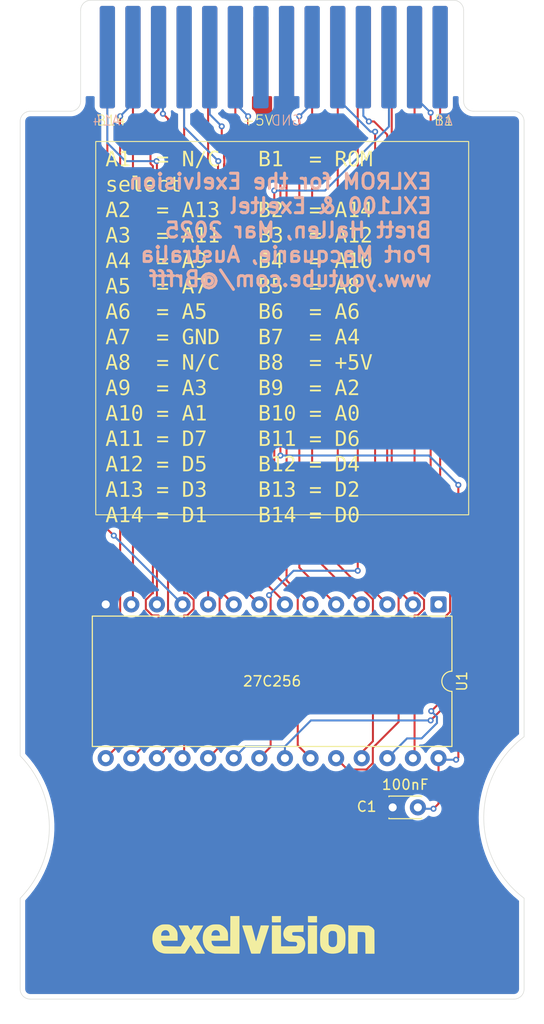
<source format=kicad_pcb>
(kicad_pcb (version 20241229) (generator "pcbnew") (generator_version "9.0")
  (title_block (title "Exelvision EXLROM Cartridge") (date "1-Apr-2025") (company "Brett Hallen") (comment 1 "www.youtube.com/@Brfff"))
  (layers (0 "F.Cu" signal) (2 "B.Cu" signal) (13 "F.Paste" user) (15 "B.Paste" user) (5 "F.SilkS" user "F.Silkscreen") (7 "B.SilkS" user "B.Silkscreen") (1 "F.Mask" user) (3 "B.Mask" user) (25 "Edge.Cuts" user))
  (net 0 "")
  (net 1 "Vcc")
  (net 2 "GND")
  (net 3 "/A9")
  (net 4 "/A6")
  (net 5 "/D0")
  (net 6 "/D6")
  (net 7 "/D1")
  (net 8 "/D7")
  (net 9 "/D4")
  (net 10 "/A11")
  (net 11 "/A10")
  (net 12 "/A0")
  (net 13 "/A7")
  (net 14 "/A3")
  (net 16 "/A12")
  (net 17 "/A5")
  (net 18 "/A14")
  (net 19 "/D2")
  (net 20 "/A1")
  (net 21 "/A4")
  (net 22 "/D3")
  (net 23 "/A8")
  (net 24 "/D5")
  (net 25 "/A13")
  (net 26 "/A2")
  (net 29 "Net-(J1-~{ROM_CS})")
  (footprint "Package_DIP:DIP-28_W15.24mm" (layer "F.Cu") (at 70.51 83.38 -90)
    (property "Reference" "U1" (at 7.62 -2.33 270) (layer "F.SilkS"))
    (property "Value" "27C256" (at 7.62 16.51 0) (layer "F.SilkS"))
    (fp_line (start 1.16 34.35) (end 14.08 34.35) (stroke (width 0.12)) (layer "F.SilkS"))
    (fp_line (start 14.08 34.35) (end 14.08 -1.33) (stroke (width 0.12)) (layer "F.SilkS"))
    (fp_line (start 1.16 -1.33) (end 1.16 34.35) (stroke (width 0.12)) (layer "F.SilkS"))
    (fp_line (start 6.62 -1.33) (end 1.16 -1.33) (stroke (width 0.12)) (layer "F.SilkS"))
    (fp_line (start 14.08 -1.33) (end 8.62 -1.33) (stroke (width 0.12)) (layer "F.SilkS"))
    (fp_arc (start 8.62 -1.33) (mid 7.62 -0.33) (end 6.62 -1.33) (stroke (width 0.12)) (layer "F.SilkS"))
    (pad "1" thru_hole roundrect (at 0 0 270) (size 1.6 1.6) (drill 0.8) (layers "*.Cu" "*.Mask") (roundrect_rratio 0.15625))
    (pad "2" thru_hole circle (at 0 2.54 270) (size 1.6 1.6) (drill 0.8) (layers "*.Cu" "*.Mask") (net 16 "/A12"))
    (pad "3" thru_hole circle (at 0 5.08 270) (size 1.6 1.6) (drill 0.8) (layers "*.Cu" "*.Mask") (net 13 "/A7"))
    (pad "4" thru_hole circle (at 0 7.62 270) (size 1.6 1.6) (drill 0.8) (layers "*.Cu" "*.Mask") (net 4 "/A6"))
    (pad "5" thru_hole circle (at 0 10.16 270) (size 1.6 1.6) (drill 0.8) (layers "*.Cu" "*.Mask") (net 17 "/A5"))
    (pad "6" thru_hole circle (at 0 12.7 270) (size 1.6 1.6) (drill 0.8) (layers "*.Cu" "*.Mask") (net 21 "/A4"))
    (pad "7" thru_hole circle (at 0 15.24 270) (size 1.6 1.6) (drill 0.8) (layers "*.Cu" "*.Mask") (net 14 "/A3"))
    (pad "8" thru_hole circle (at 0 17.78 270) (size 1.6 1.6) (drill 0.8) (layers "*.Cu" "*.Mask") (net 26 "/A2"))
    (pad "9" thru_hole circle (at 0 20.32 270) (size 1.6 1.6) (drill 0.8) (layers "*.Cu" "*.Mask") (net 20 "/A1"))
    (pad "10" thru_hole circle (at 0 22.86 270) (size 1.6 1.6) (drill 0.8) (layers "*.Cu" "*.Mask") (net 12 "/A0"))
    (pad "11" thru_hole circle (at 0 25.4 270) (size 1.6 1.6) (drill 0.8) (layers "*.Cu" "*.Mask") (net 5 "/D0"))
    (pad "12" thru_hole circle (at 0 27.94 270) (size 1.6 1.6) (drill 0.8) (layers "*.Cu" "*.Mask") (net 7 "/D1"))
    (pad "13" thru_hole circle (at 0 30.48 270) (size 1.6 1.6) (drill 0.8) (layers "*.Cu" "*.Mask") (net 19 "/D2"))
    (pad "14" thru_hole circle (at 0 33.02 270) (size 1.6 1.6) (drill 0.8) (layers "*.Cu" "*.Mask") (net 2 "GND"))
    (pad "15" thru_hole circle (at 15.24 33.02 270) (size 1.6 1.6) (drill 0.8) (layers "*.Cu" "*.Mask") (net 22 "/D3"))
    (pad "16" thru_hole circle (at 15.24 30.48 270) (size 1.6 1.6) (drill 0.8) (layers "*.Cu" "*.Mask") (net 9 "/D4"))
    (pad "17" thru_hole circle (at 15.24 27.94 270) (size 1.6 1.6) (drill 0.8) (layers "*.Cu" "*.Mask") (net 24 "/D5"))
    (pad "18" thru_hole circle (at 15.24 25.4 270) (size 1.6 1.6) (drill 0.8) (layers "*.Cu" "*.Mask") (net 6 "/D6"))
    (pad "19" thru_hole circle (at 15.24 22.86 270) (size 1.6 1.6) (drill 0.8) (layers "*.Cu" "*.Mask") (net 8 "/D7"))
    (pad "20" thru_hole circle (at 15.24 20.32 270) (size 1.6 1.6) (drill 0.8) (layers "*.Cu" "*.Mask") (net 29 "Net-(J1-~{ROM_CS})"))
    (pad "21" thru_hole circle (at 15.24 17.78 270) (size 1.6 1.6) (drill 0.8) (layers "*.Cu" "*.Mask") (net 11 "/A10"))
    (pad "22" thru_hole circle (at 15.24 15.24 270) (size 1.6 1.6) (drill 0.8) (layers "*.Cu" "*.Mask") (net 29 "Net-(J1-~{ROM_CS})"))
    (pad "23" thru_hole circle (at 15.24 12.7 270) (size 1.6 1.6) (drill 0.8) (layers "*.Cu" "*.Mask") (net 10 "/A11"))
    (pad "24" thru_hole circle (at 15.24 10.16 270) (size 1.6 1.6) (drill 0.8) (layers "*.Cu" "*.Mask") (net 3 "/A9"))
    (pad "25" thru_hole circle (at 15.24 7.62 270) (size 1.6 1.6) (drill 0.8) (layers "*.Cu" "*.Mask") (net 23 "/A8"))
    (pad "26" thru_hole circle (at 15.24 5.08 270) (size 1.6 1.6) (drill 0.8) (layers "*.Cu" "*.Mask") (net 25 "/A13"))
    (pad "27" thru_hole circle (at 15.24 2.54 270) (size 1.6 1.6) (drill 0.8) (layers "*.Cu" "*.Mask") (net 18 "/A14"))
    (pad "28" thru_hole circle (at 15.24 0 270) (size 1.6 1.6) (drill 0.8) (layers "*.Cu" "*.Mask") (net 1 "Vcc"))
  )
  (footprint "Clueless_Engineer:EXL100_Cartridge" (layer "F.Cu") (at 55.4315 26.5969)
    (property "Reference" "J1" (hide yes))
    (property "Value" "EXL100 Cartridge" (hide yes))
    (pad "a1" connect roundrect (at 15.24 2.54 270) (size 10.16 1.52) (layers "B.Cu" "B.Mask") (roundrect_rratio 0.15))
    (pad "a2" connect roundrect (at 12.7 2.54 270) (size 10.16 1.52) (layers "B.Cu" "B.Mask") (roundrect_rratio 0.15) (net 25 "/A13"))
    (pad "a3" connect roundrect (at 10.16 2.54 270) (size 10.16 1.52) (layers "B.Cu" "B.Mask") (roundrect_rratio 0.15) (net 10 "/A11"))
    (pad "a4" connect roundrect (at 7.62 2.54 270) (size 10.16 1.52) (layers "B.Cu" "B.Mask") (roundrect_rratio 0.15) (net 3 "/A9"))
    (pad "a5" connect roundrect (at 5.08 2.54 270) (size 10.16 1.52) (layers "B.Cu" "B.Mask") (roundrect_rratio 0.15) (net 13 "/A7"))
    (pad "a6" connect roundrect (at 2.54 2.54 270) (size 10.16 1.52) (layers "B.Cu" "B.Mask") (roundrect_rratio 0.15) (net 17 "/A5"))
    (pad "a7" connect roundrect (at 0 2.54 270) (size 10.16 1.52) (layers "B.Cu" "B.Mask") (roundrect_rratio 0.15) (net 2 "GND"))
    (pad "a8" connect roundrect (at -2.54 2.54 270) (size 10.16 1.52) (layers "B.Cu" "B.Mask") (roundrect_rratio 0.15))
    (pad "a9" connect roundrect (at -5.08 2.54 270) (size 10.16 1.52) (layers "B.Cu" "B.Mask") (roundrect_rratio 0.15) (net 14 "/A3"))
    (pad "a10" connect roundrect (at -7.62 2.54 270) (size 10.16 1.52) (layers "B.Cu" "B.Mask") (roundrect_rratio 0.15) (net 20 "/A1"))
    (pad "a11" connect roundrect (at -10.16 2.54 270) (size 10.16 1.52) (layers "B.Cu" "B.Mask") (roundrect_rratio 0.15) (net 8 "/D7"))
    (pad "a12" connect roundrect (at -12.7 2.54 270) (size 10.16 1.52) (layers "B.Cu" "B.Mask") (roundrect_rratio 0.15) (net 24 "/D5"))
    (pad "a13" connect roundrect (at -15.24 2.54 270) (size 10.16 1.52) (layers "B.Cu" "B.Mask") (roundrect_rratio 0.15) (net 22 "/D3"))
    (pad "a14" connect roundrect (at -17.78 2.54 270) (size 10.16 1.52) (layers "B.Cu" "B.Mask") (roundrect_rratio 0.15) (net 7 "/D1"))
    (pad "b1" connect roundrect (at 15.24 2.54 90) (size 10.16 1.52) (layers "F.Cu" "F.Mask") (roundrect_rratio 0.15) (net 29 "Net-(J1-~{ROM_CS})"))
    (pad "b2" connect roundrect (at 12.7 2.54 90) (size 10.16 1.52) (layers "F.Cu" "F.Mask") (roundrect_rratio 0.15) (net 18 "/A14"))
    (pad "b3" connect roundrect (at 10.16 2.54 90) (size 10.16 1.52) (layers "F.Cu" "F.Mask") (roundrect_rratio 0.15) (net 16 "/A12"))
    (pad "b4" connect roundrect (at 7.62 2.54 90) (size 10.16 1.52) (layers "F.Cu" "F.Mask") (roundrect_rratio 0.15) (net 11 "/A10"))
    (pad "b5" connect roundrect (at 5.08 2.54 90) (size 10.16 1.52) (layers "F.Cu" "F.Mask") (roundrect_rratio 0.15) (net 23 "/A8"))
    (pad "b6" connect roundrect (at 2.54 2.54 90) (size 10.16 1.52) (layers "F.Cu" "F.Mask") (roundrect_rratio 0.15) (net 4 "/A6"))
    (pad "b7" connect roundrect (at 0 2.54 90) (size 10.16 1.52) (layers "F.Cu" "F.Mask") (roundrect_rratio 0.15) (net 21 "/A4"))
    (pad "b8" connect roundrect (at -2.54 2.98 90) (size 9.28 1.52) (layers "F.Cu" "F.Mask") (roundrect_rratio 0.15) (net 1 "Vcc"))
    (pad "b9" connect roundrect (at -5.08 2.54 90) (size 10.16 1.52) (layers "F.Cu" "F.Mask") (roundrect_rratio 0.15) (net 26 "/A2"))
    (pad "b10" connect roundrect (at -7.62 2.54 90) (size 10.16 1.52) (layers "F.Cu" "F.Mask") (roundrect_rratio 0.15) (net 12 "/A0"))
    (pad "b11" connect roundrect (at -10.16 2.54 90) (size 10.16 1.52) (layers "F.Cu" "F.Mask") (roundrect_rratio 0.15) (net 6 "/D6"))
    (pad "b12" connect roundrect (at -12.7 2.54 90) (size 10.16 1.52) (layers "F.Cu" "F.Mask") (roundrect_rratio 0.15) (net 9 "/D4"))
    (pad "b13" connect roundrect (at -15.24 2.54 90) (size 10.16 1.52) (layers "F.Cu" "F.Mask") (roundrect_rratio 0.15) (net 19 "/D2"))
    (pad "b14" connect roundrect (at -17.78 2.54 90) (size 10.16 1.52) (layers "F.Cu" "F.Mask") (roundrect_rratio 0.15) (net 5 "/D0"))
  )
  (footprint "LOGO" (layer "F.Cu") (at 53 116)
    (property "Reference" "G***" (hide yes))
    (property "Value" "LOGO" (hide yes))
    (fp_poly (pts (xy 5.455793 0.599911) (xy 5.455793 2.003476) (xy 5.00303 2.003476) (xy 4.550267 2.003476) (xy 4.550267 0.599911) (xy 4.550267 -0.803655) (xy 5.00303 -0.803655) (xy 5.455793 -0.803655)) (fill yes) (layer "F.SilkS"))
    (fp_poly (pts (xy 1.873945 -1.420544) (xy 1.867647 -1.10927) (xy 1.436109 -1.103136) (xy 1.30066 -1.102003) (xy 1.180981 -1.102506) (xy 1.084351 -1.104492) (xy 1.018045 -1.107808) (xy 0.98934 -1.1123) (xy 0.989006 -1.112569) (xy 0.983252 -1.139814) (xy 0.978459 -1.203453) (xy 0.975062 -1.294606) (xy 0.973495 -1.404393) (xy 0.97344 -1.429977) (xy 0.97344 -1.731819) (xy 1.426842 -1.731819) (xy 1.880243 -1.731819)) (fill yes) (layer "F.SilkS"))
    (fp_poly (pts (xy 5.455793 -1.414884) (xy 5.455793 -1.09795) (xy 5.018122 -1.09795) (xy 4.881709 -1.098697) (xy 4.761075 -1.100776) (xy 4.663433 -1.103948) (xy 4.595995 -1.107972) (xy 4.565975 -1.112607) (xy 4.565359 -1.113043) (xy 4.559782 -1.140104) (xy 4.555135 -1.203578) (xy 4.551841 -1.294602) (xy 4.550321 -1.404314) (xy 4.550267 -1.429977) (xy 4.550267 -1.731819) (xy 5.00303 -1.731819) (xy 5.455793 -1.731819)) (fill yes) (layer "F.SilkS"))
    (fp_poly (pts (xy 9.570276 -0.799078) (xy 10.583333 -0.792335) (xy 10.730481 -0.722464) (xy 10.868917 -0.647559) (xy 10.97311 -0.567928) (xy 11.053883 -0.474465) (xy 11.087476 -0.42208) (xy 11.149287 -0.316934) (xy 11.155728 0.843271) (xy 11.16217 2.003476) (xy 10.708625 2.003476) (xy 10.25508 2.003476) (xy 10.25508 1.033413) (xy 10.254477 0.759257) (xy 10.252685 0.525149) (xy 10.249725 0.332045) (xy 10.24562 0.180898) (xy 10.240393 0.072662) (xy 10.234064 0.008291) (xy 10.230748 -0.006448) (xy 10.207778 -0.058402) (xy 10.175953 -0.095947) (xy 10.128245 -0.121335) (xy 10.057624 -0.136822) (xy 9.95706 -0.144661) (xy 9.819527 -0.147107) (xy 9.792016 -0.147148) (xy 9.485826 -0.147148) (xy 9.479945 0.922504) (xy 9.474064 1.992157) (xy 9.031198 1.99828) (xy 8.893929 1.999407) (xy 8.772369 1.998939) (xy 8.673695 1.997024) (xy 8.605079 1.993808) (xy 8.573696 1.98944) (xy 8.572775 1.988848) (xy 8.570016 1.964041) (xy 8.567413 1.897884) (xy 8.565009 1.794304) (xy 8.562849 1.657228) (xy 8.560976 1.49058) (xy 8.559433 1.298289) (xy 8.558264 1.08428) (xy 8.557512 0.85248) (xy 8.557221 0.606815) (xy 8.557219 0.583735) (xy 8.557219 -0.805821)) (fill yes) (layer "F.SilkS"))
    (fp_poly (pts (xy 0.418074 -0.802687) (xy 0.532396 -0.799999) (xy 0.622504 -0.795908) (xy 0.68132 -0.790733) (xy 0.701782 -0.784944) (xy 0.700577 -0.777747) (xy 0.696416 -0.761873) (xy 0.68848 -0.73478) (xy 0.675952 -0.693922) (xy 0.658013 -0.636757) (xy 0.633844 -0.560742) (xy 0.602627 -0.463331) (xy 0.563544 -0.341983) (xy 0.515776 -0.194152) (xy 0.458505 -0.017296) (xy 0.390912 0.191129) (xy 0.31218 0.433667) (xy 0.221489 0.712861) (xy 0.118021 1.031256) (xy 0.059552 1.21114) (xy -0.194318 1.992157) (xy -0.627521 1.998299) (xy -0.762804 1.99934) (xy -0.881911 1.998585) (xy -0.977698 1.996218) (xy -1.043014 1.99242) (xy -1.070714 1.987375) (xy -1.071059 1.98698) (xy -1.08043 1.96169) (xy -1.101774 1.898917) (xy -1.133235 1.804287) (xy -1.172956 1.683429) (xy -1.219078 1.541971) (xy -1.269744 1.385541) (xy -1.278539 1.358288) (xy -1.341345 1.163816) (xy -1.41037 0.950522) (xy -1.481235 0.73191) (xy -1.549558 0.521483) (xy -1.610962 0.332747) (xy -1.641954 0.2377) (xy -1.721583 -0.006422) (xy -1.788063 -0.210676) (xy -1.842398 -0.378201) (xy -1.88559 -0.512139) (xy -1.918642 -0.615627) (xy -1.942557 -0.691807) (xy -1.95834 -0.743818) (xy -1.966991 -0.774799) (xy -1.969519 -0.787672) (xy -1.947991 -0.792434) (xy -1.88784 -0.796609) (xy -1.795722 -0.799972) (xy -1.678288 -0.802301) (xy -1.542192 -0.803373) (xy -1.499778 -0.803417) (xy -1.030036 -0.803179) (xy -0.827841 -0.050698) (xy -0.779703 0.127624) (xy -0.734681 0.292821) (xy -0.694253 0.439595) (xy -0.659896 0.562647) (xy -0.633086 0.656679) (xy -0.615301 0.716393) (xy -0.608642 0.735739) (xy -0.592907 0.758349) (xy -0.580773 0.738836) (xy -0.579668 0.735739) (xy -0.569438 0.703167) (xy -0.54847 0.633761) (xy -0.518718 0.534151) (xy -0.482134 0.410965) (xy -0.440671 0.270831) (xy -0.39628 0.120377) (xy -0.350916 -0.033767) (xy -0.30653 -0.184973) (xy -0.265076 -0.326613) (xy -0.228505 -0.452059) (xy -0.19877 -0.554682) (xy -0.177825 -0.627853) (xy -0.174538 -0.639528) (xy -0.128554 -0.803655) (xy 0.286614 -0.803655)) (fill yes) (layer "F.SilkS"))
    (fp_poly (pts (xy 4.115111 -0.482226) (xy 4.108823 -0.158467) (xy 3.589446 -0.152372) (xy 3.409102 -0.149914) (xy 3.26897 -0.146314) (xy 3.163986 -0.140116) (xy 3.089086 -0.129863) (xy 3.039208 -0.114097) (xy 3.009288 -0.091363) (xy 2.994262 -0.060204) (xy 2.989067 -0.019163) (xy 2.988582 0.020487) (xy 2.993281 0.089654) (xy 3.010719 0.14042) (xy 3.046791 0.17554) (xy 3.107393 0.197773) (xy 3.198422 0.209874) (xy 3.325773 0.214602) (xy 3.404703 0.215062) (xy 3.577879 0.21991) (xy 3.716284 0.236288) (xy 3.829567 0.266951) (xy 3.927372 0.314652) (xy 4.019348 0.382144) (xy 4.033779 0.394621) (xy 4.145719 0.521857) (xy 4.225302 0.672859) (xy 4.273481 0.840724) (xy 4.291209 1.01855) (xy 4.279437 1.199436) (xy 4.23912 1.376481) (xy 4.171209 1.542781) (xy 4.076656 1.691437) (xy 3.956415 1.815546) (xy 3.825846 1.901147) (xy 3.782082 1.922237) (xy 3.738268 1.94022) (xy 3.69056 1.955343) (xy 3.635111 1.967852) (xy 3.568077 1.977994) (xy 3.48561 1.986015) (xy 3.383866 1.992161) (xy 3.258998 1.996679) (xy 3.107162 1.999815) (xy 2.924511 2.001816) (xy 2.707199 2.002928) (xy 2.451381 2.003397) (xy 2.228743 2.003476) (xy 0.97344 2.003476) (xy 0.97344 0.599911) (xy 0.97344 -0.803655) (xy 1.425974 -0.803655) (xy 1.878509 -0.803655) (xy 1.884397 0.232041) (xy 1.890285 1.267736) (xy 2.633666 1.267736) (xy 3.377047 1.267736) (xy 3.43166 1.204219) (xy 3.477095 1.121268) (xy 3.488217 1.028047) (xy 3.465169 0.93945) (xy 3.428647 0.88803) (xy 3.404292 0.865603) (xy 3.378109 0.849675) (xy 3.342041 0.838895) (xy 3.288034 0.831915) (xy 3.20803 0.827386) (xy 3.093975 0.823957) (xy 3.038139 0.822618) (xy 2.905551 0.818937) (xy 2.808218 0.814064) (xy 2.736118 0.806478) (xy 2.679231 0.794659) (xy 2.627537 0.777085) (xy 2.571015 0.752238) (xy 2.569429 0.751499) (xy 2.403209 0.651464) (xy 2.272544 0.524215) (xy 2.178904 0.372343) (xy 2.123761 0.198436) (xy 2.108584 0.005086) (xy 2.111859 -0.054132) (xy 2.147953 -0.251247) (xy 2.219973 -0.424968) (xy 2.325759 -0.571909) (xy 2.463154 -0.688683) (xy 2.546791 -0.736564) (xy 2.578904 -0.751916) (xy 2.609727 -0.764207) (xy 2.644583 -0.773831) (xy 2.688798 -0.781184) (xy 2.747694 -0.786659) (xy 2.826595 -0.790652) (xy 2.930827 -0.793558) (xy 3.065712 -0.795772) (xy 3.236575 -0.797688) (xy 3.390691 -0.79916) (xy 4.1214 -0.805984)) (fill yes) (layer "F.SilkS"))
    (fp_poly (pts (xy -2.241177 0.135829) (xy -2.241177 2.003476) (xy -3.435339 2.000084) (xy -3.665779 1.999258) (xy -3.884141 1.998146) (xy -4.08593 1.996794) (xy -4.266651 1.995246) (xy -4.421809 1.993549) (xy -4.546909 1.991747) (xy -4.637454 1.989888) (xy -4.68895 1.988015) (xy -4.697416 1.9873) (xy -4.946932 1.932009) (xy -5.171387 1.839721) (xy -5.368851 1.71236) (xy -5.537394 1.551851) (xy -5.675086 1.360118) (xy -5.779995 1.139087) (xy -5.850193 0.890682) (xy -5.861809 0.826292) (xy -5.882449 0.620395) (xy -5.882154 0.402334) (xy -5.862129 0.186314) (xy -5.851777 0.132668) (xy -5.019561 0.132668) (xy -5.017455 0.184757) (xy -5.013893 0.193163) (xy -4.985752 0.20167) (xy -4.915502 0.20752) (xy -4.806238 0.21059) (xy -4.661054 0.210758) (xy -4.588237 0.209907) (xy -4.176738 0.203743) (xy -4.181858 0.082797) (xy -4.206603 -0.058) (xy -4.264588 -0.174733) (xy -4.350653 -0.262969) (xy -4.459636 -0.318275) (xy -4.58638 -0.33622) (xy -4.66093 -0.328716) (xy -4.774068 -0.292736) (xy -4.867005 -0.225756) (xy -4.922445 -0.162253) (xy -4.955208 -0.104093) (xy -4.984764 -0.026035) (xy -5.00744 0.057645) (xy -5.019561 0.132668) (xy -5.851777 0.132668) (xy -5.823579 -0.013458) (xy -5.778438 -0.156593) (xy -5.686616 -0.33843) (xy -5.5625 -0.505525) (xy -5.414946 -0.647765) (xy -5.256001 -0.753368) (xy -5.139896 -0.811044) (xy -5.038066 -0.852252) (xy -4.938377 -0.87959) (xy -4.828693 -0.895655) (xy -4.696881 -0.903045) (xy -4.550268 -0.904428) (xy -4.415386 -0.903269) (xy -4.315502 -0.899821) (xy -4.240353 -0.8929) (xy -4.179675 -0.881318) (xy -4.123202 -0.863889) (xy -4.089804 -0.851219) (xy -3.899352 -0.755992) (xy -3.730015 -0.632) (xy -3.588024 -0.485495) (xy -3.47961 -0.322726) (xy -3.419221 -0.178562) (xy -3.40097 -0.112053) (xy -3.388112 -0.043527) (xy -3.379781 0.036764) (xy -3.375113 0.13857) (xy -3.373243 0.27164) (xy -3.373084 0.341674) (xy -3.373084 0.712536) (xy -4.193717 0.718478) (xy -5.01435 0.72442) (xy -5.006393 0.826292) (xy -4.975438 0.979297) (xy -4.909324 1.105522) (xy -4.809365 1.202769) (xy -4.76533 1.23027) (xy -4.742211 1.240514) (xy -4.710717 1.248737) (xy -4.666047 1.255152) (xy -4.6034 1.259975) (xy -4.517977 1.26342) (xy -4.404976 1.265702) (xy -4.259597 1.267036) (xy -4.077039 1.267637) (xy -3.927719 1.267736) (xy -3.158022 1.267736) (xy -3.152201 -0.232041) (xy -3.14638 -1.731819) (xy -2.693778 -1.731819) (xy -2.241177 -1.731819)) (fill yes) (layer "F.SilkS"))
    (fp_poly (pts (xy 7.118518 -0.911291) (xy 7.255006 -0.904605) (xy 7.358842 -0.895118) (xy 7.442639 -0.880902) (xy 7.519014 -0.86003) (xy 7.569726 -0.842323) (xy 7.770494 -0.748783) (xy 7.93582 -0.629366) (xy 8.067349 -0.481947) (xy 8.166728 -0.3044) (xy 8.235601 -0.094599) (xy 8.264011 0.054695) (xy 8.272961 0.146558) (xy 8.278552 0.269437) (xy 8.280979 0.41371) (xy 8.280437 0.569754) (xy 8.277122 0.727947) (xy 8.271228 0.878666) (xy 8.262953 1.012287) (xy 8.25249 1.119188) (xy 8.241039 1.185907) (xy 8.170375 1.378394) (xy 8.062181 1.555264) (xy 7.922854 1.708561) (xy 7.758792 1.830329) (xy 7.695141 1.8648) (xy 7.523524 1.930168) (xy 7.323248 1.974899) (xy 7.10655 1.997782) (xy 6.885666 1.997609) (xy 6.672835 1.973169) (xy 6.647464 1.968359) (xy 6.424655 1.903788) (xy 6.230719 1.804961) (xy 6.066954 1.673023) (xy 5.934658 1.509121) (xy 5.835126 1.3144) (xy 5.803024 1.22246) (xy 5.787154 1.144252) (xy 5.774616 1.029918) (xy 5.765426 0.888229) (xy 5.759599 0.727955) (xy 5.757151 0.557868) (xy 5.757419 0.509358) (xy 6.599019 0.509358) (xy 6.599757 0.660257) (xy 6.601823 0.798906) (xy 6.604995 0.917863) (xy 6.609051 1.009688) (xy 6.613771 1.066939) (xy 6.615991 1.079226) (xy 6.655478 1.159988) (xy 6.721262 1.239912) (xy 6.797649 1.301225) (xy 6.824278 1.315127) (xy 6.917179 1.339018) (xy 7.031567 1.344652) (xy 7.147288 1.331546) (xy 7.180089 1.323655) (xy 7.277029 1.274165) (xy 7.355881 1.188291) (xy 7.410881 1.073214) (xy 7.425474 1.017934) (xy 7.436107 0.935904) (xy 7.442883 0.813493) (xy 7.445644 0.655445) (xy 7.444234 0.466503) (xy 7.444051 0.456277) (xy 7.440561 0.299145) (xy 7.43622 0.180149) (xy 7.430338 0.09215) (xy 7.422227 0.028009) (xy 7.411196 -0.019414) (xy 7.396557 -0.057259) (xy 7.393933 -0.062701) (xy 7.339644 -0.148068) (xy 7.270403 -0.20545) (xy 7.177163 -0.239655) (xy 7.050878 -0.25549) (xy 7.029144 -0.256553) (xy 6.933711 -0.258848) (xy 6.869263 -0.25447) (xy 6.821704 -0.240952) (xy 6.776939 -0.215827) (xy 6.770029 -0.2112) (xy 6.705535 -0.155066) (xy 6.650666 -0.087503) (xy 6.645519 -0.079157) (xy 6.630388 -0.050564) (xy 6.618936 -0.018858) (xy 6.610655 0.022392) (xy 6.605038 0.079613) (xy 6.601576 0.159234) (xy 6.599762 0.267683) (xy 6.599088 0.41139) (xy 6.599019 0.509358) (xy 5.757419 0.509358) (xy 5.758097 0.386738) (xy 5.762453 0.223336) (xy 5.770234 0.076434) (xy 5.781455 -0.045198) (xy 5.796132 -0.132789) (xy 5.800615 -0.149224) (xy 5.885977 -0.355503) (xy 6.004446 -0.532068) (xy 6.154516 -0.677125) (xy 6.334686 -0.788884) (xy 6.33947 -0.791192) (xy 6.476114 -0.847229) (xy 6.619432 -0.885407) (xy 6.7794 -0.907265) (xy 6.965991 -0.914339)) (fill yes) (layer "F.SilkS"))
    (fp_poly (pts (xy -9.418416 -0.903269) (xy -9.318533 -0.899821) (xy -9.243384 -0.8929) (xy -9.182705 -0.881318) (xy -9.126232 -0.863889) (xy -9.092834 -0.851219) (xy -8.899738 -0.754782) (xy -8.729212 -0.629684) (xy -8.587129 -0.481816) (xy -8.479358 -0.317066) (xy -8.422247 -0.178549) (xy -8.404006 -0.112079) (xy -8.391152 -0.043592) (xy -8.382821 0.036653) (xy -8.37815 0.138396) (xy -8.376276 0.271381) (xy -8.376115 0.341956) (xy -8.376115 0.713101) (xy -9.191088 0.713101) (xy -10.006061 0.713101) (xy -10.006061 0.8157) (xy -9.985376 0.959403) (xy -9.926032 1.0858) (xy -9.832091 1.187801) (xy -9.768361 1.23027) (xy -9.745436 1.24029) (xy -9.713457 1.248512) (xy -9.667823 1.255168) (xy -9.603931 1.260489) (xy -9.517178 1.264707) (xy -9.402962 1.268054) (xy -9.256681 1.270761) (xy -9.073731 1.273059) (xy -8.881051 1.274907) (xy -8.061656 1.282077) (xy -8.007905 1.195673) (xy -7.978514 1.14577) (xy -7.932937 1.065176) (xy -7.876322 0.963137) (xy -7.813817 0.848897) (xy -7.780108 0.786648) (xy -7.606063 0.464027) (xy -7.762056 0.175418) (xy -7.831099 0.047822) (xy -7.912895 -0.10312) (xy -7.998542 -0.260992) (xy -8.079138 -0.409376) (xy -8.101805 -0.451068) (xy -8.162232 -0.562586) (xy -8.2143 -0.659465) (xy -8.254479 -0.735066) (xy -8.279233 -0.782752) (xy -8.285562 -0.7963) (xy -8.264031 -0.798494) (xy -8.203869 -0.800427) (xy -8.111721 -0.801995) (xy -7.994231 -0.803095) (xy -7.858043 -0.803623) (xy -7.814584 -0.803655) (xy -7.343605 -0.803655) (xy -7.209013 -0.566095) (xy -7.155661 -0.474938) (xy -7.109119 -0.400999) (xy -7.074306 -0.351712) (xy -7.056136 -0.334511) (xy -7.055907 -0.334566) (xy -7.03792 -0.355514) (xy -7.003012 -0.407873) (xy -6.956363 -0.483539) (xy -6.907701 -0.566466) (xy -6.77801 -0.792335) (xy -6.309326 -0.798454) (xy -6.169203 -0.799594) (xy -6.045798 -0.799279) (xy -5.945771 -0.797634) (xy -5.875779 -0.794787) (xy -5.842484 -0.790865) (xy -5.840642 -0.789557) (xy -5.851467 -0.766923) (xy -5.882146 -0.709861) (xy -5.929983 -0.623203) (xy -5.992282 -0.511781) (xy -6.06635 -0.38043) (xy -6.149489 -0.233981) (xy -6.194235 -0.155527) (xy -6.547828 0.463486) (xy -6.103682 1.211177) (xy -6.004666 1.37844) (xy -5.91333 1.533836) (xy -5.832191 1.673) (xy -5.763765 1.791568) (xy -5.710567 1.885174) (xy -5.675116 1.949453) (xy -5.659925 1.980042) (xy -5.659537 1.981651) (xy -5.681853 1.990026) (xy -5.747655 1.995807) (xy -5.855224 1.998928) (xy -6.002839 1.999325) (xy -6.105277 1.998295) (xy -6.551017 1.992157) (xy -6.815315 1.573351) (xy -6.893103 1.451147) (xy -6.963228 1.342994) (xy -7.022011 1.254401) (xy -7.065773 1.190878) (xy -7.090835 1.157937) (xy -7.094921 1.154545) (xy -7.110972 1.172817) (xy -7.147357 1.223969) (xy -7.200389 1.302499) (xy -7.266381 1.402911) (xy -7.341644 1.519704) (xy -7.375786 1.573351) (xy -7.641341 1.992157) (xy -8.636936 1.996341) (xy -8.881025 1.997197) (xy -9.084607 1.997433) (xy -9.252451 1.9969) (xy -9.389324 1.995452) (xy -9.499995 1.992942) (xy -9.589232 1.989224) (xy -9.661801 1.98415) (xy -9.722471 1.977573) (xy -9.77601 1.969346) (xy -9.825336 1.959715) (xy -10.060533 1.889881) (xy -10.268834 1.786418) (xy -10.447553 1.651061) (xy -10.594001 1.485549) (xy -10.621814 1.444968) (xy -10.739785 1.234682) (xy -10.821647 1.017273) (xy -10.869345 0.784883) (xy -10.884824 0.529654) (xy -10.881353 0.396167) (xy -10.867921 0.218287) (xy -10.849861 0.100969) (xy -10.006061 0.100969) (xy -10.006061 0.215062) (xy -9.597864 0.215062) (xy -9.451012 0.214646) (xy -9.343214 0.213027) (xy -9.268251 0.20965) (xy -9.219906 0.203959) (xy -9.191961 0.1954) (xy -9.178197 0.183417) (xy -9.175181 0.177312) (xy -9.171536 0.134945) (xy -9.177726 0.066669) (xy -9.186581 0.016147) (xy -9.234307 -0.123169) (xy -9.309891 -0.229448) (xy -9.409463 -0.300131) (xy -9.529152 -0.332661) (xy -9.66509 -0.32448) (xy -9.692331 -0.31814) (xy -9.817157 -0.264233) (xy -9.913639 -0.177545) (xy -9.977704 -0.063516) (xy -10.005282 0.072414) (xy -10.006061 0.100969) (xy -10.849861 0.100969) (xy -10.845147 0.070344) (xy -10.809429 -0.062636) (xy -10.757167 -0.195625) (xy -10.720182 -0.273963) (xy -10.603871 -0.459128) (xy -10.45159 -0.617467) (xy -10.264563 -0.747971) (xy -10.044016 -0.849628) (xy -10.006061 -0.863026) (xy -9.943042 -0.881054) (xy -9.872433 -0.893282) (xy -9.784273 -0.900621) (xy -9.668602 -0.903981) (xy -9.553298 -0.904428)) (fill yes) (layer "F.SilkS"))
  )
  (footprint "Capacitor_THT:C_Disc_D3.0mm_W2.0mm_P2.50mm" (layer "F.Cu") (at 68.46 103.4981 180)
    (property "Reference" "C1" (at 5.082477 0.073371 0) (layer "F.SilkS"))
    (property "Value" "100nF" (at 1.25 2.25 0) (layer "F.SilkS"))
    (fp_line (start 2.87 1.055) (end 2.87 1.12) (stroke (width 0.12)) (layer "F.SilkS"))
    (fp_line (start 2.87 -1.12) (end 2.87 -1.055) (stroke (width 0.12)) (layer "F.SilkS"))
    (fp_line (start -0.37 1.12) (end 2.87 1.12) (stroke (width 0.12)) (layer "F.SilkS"))
    (fp_line (start -0.37 1.055) (end -0.37 1.12) (stroke (width 0.12)) (layer "F.SilkS"))
    (fp_line (start -0.37 -1.12) (end 2.87 -1.12) (stroke (width 0.12)) (layer "F.SilkS"))
    (fp_line (start -0.37 -1.12) (end -0.37 -1.055) (stroke (width 0.12)) (layer "F.SilkS"))
    (pad "1" thru_hole circle (at 0 0 180) (size 1.6 1.6) (drill 0.8) (layers "*.Cu" "*.Mask") (net 1 "Vcc"))
    (pad "2" thru_hole circle (at 2.5 0 180) (size 1.6 1.6) (drill 0.8) (layers "*.Cu" "*.Mask") (net 2 "GND"))
  )
  (gr_line (start 73 24.499998) (end 73 33.499998) (stroke (width 0.05)) (layer "Edge.Cuts"))
  (gr_arc (start 72 23.499998) (mid 72.707107 23.792891) (end 73 24.499998) (stroke (width 0.05)) (layer "Edge.Cuts"))
  (gr_arc (start 74 34.499998) (mid 73.292893 34.207105) (end 73 33.499998) (stroke (width 0.05)) (layer "Edge.Cuts"))
  (gr_arc (start 79 121.499998) (mid 78.707107 122.207105) (end 78 122.499998) (stroke (width 0.05)) (layer "Edge.Cuts"))
  (gr_line (start 29 98.39331) (end 29 35.499998) (stroke (width 0.05)) (layer "Edge.Cuts"))
  (gr_arc (start 29 98.39331) (mid 31.895467 105.434324) (end 29 112.500006) (stroke (width 0.05)) (layer "Edge.Cuts"))
  (gr_line (start 30 122.499998) (end 78 122.499998) (stroke (width 0.05)) (layer "Edge.Cuts"))
  (gr_line (start 74 34.499998) (end 78 34.499998) (stroke (width 0.05)) (layer "Edge.Cuts"))
  (gr_line (start 29 112.500006) (end 29 121.499998) (stroke (width 0.05)) (layer "Edge.Cuts"))
  (gr_line (start 30 34.499998) (end 34 34.499998) (stroke (width 0.05)) (layer "Edge.Cuts"))
  (gr_arc (start 30 122.499998) (mid 29.292893 122.207105) (end 29 121.499998) (stroke (width 0.05)) (layer "Edge.Cuts"))
  (gr_line (start 79 121.499998) (end 79 112.499996) (stroke (width 0.05)) (layer "Edge.Cuts"))
  (gr_line (start 36 23.499998) (end 72 23.499998) (stroke (width 0.05)) (layer "Edge.Cuts"))
  (gr_arc (start 79 112.499996) (mid 75 104.499999) (end 79 96.500002) (stroke (width 0.05)) (layer "Edge.Cuts"))
  (gr_arc (start 29 35.499998) (mid 29.292893 34.792891) (end 30 34.499998) (stroke (width 0.05)) (layer "Edge.Cuts"))
  (gr_arc (start 78 34.499998) (mid 78.707107 34.792891) (end 79 35.499998) (stroke (width 0.05)) (layer "Edge.Cuts"))
  (gr_arc (start 35 33.499998) (mid 34.707107 34.207105) (end 34 34.499998) (stroke (width 0.05)) (layer "Edge.Cuts"))
  (gr_line (start 35 33.499998) (end 35 24.499998) (stroke (width 0.05)) (layer "Edge.Cuts"))
  (gr_line (start 79 35.499998) (end 79 96.500002) (stroke (width 0.05)) (layer "Edge.Cuts"))
  (gr_arc (start 35 24.499998) (mid 35.292893 23.792891) (end 36 23.499998) (stroke (width 0.05)) (layer "Edge.Cuts"))
  (gr_text "B14" (at 36.5 36 0) (layer "F.SilkS") (effects (font (size 1 1) (thickness 0.1)) (justify left bottom)))
  (gr_text "+5V" (at 51 36 0) (layer "F.SilkS") (effects (font (size 1 1) (thickness 0.1)) (justify left bottom)))
  (gr_text "B1" (at 70 36 0) (layer "F.SilkS") (effects (font (size 1 1) (thickness 0.1)) (justify left bottom)))
  (gr_text "A1" (at 72 36 0) (layer "B.SilkS") (effects (font (size 1 1) (thickness 0.1)) (justify left bottom mirror)))
  (gr_text "EXLROM for the Exelvision \nEXL100 & Exeltel\nBrett Hallen, Mar 2025\nPort Macquarie, Australia\nwww.youtube.com/@Brfff" (at 70 52 0) (layer "B.SilkS") (effects (font (size 1.5 1.5) (thickness 0.3) (bold yes)) (justify left bottom mirror)))
  (gr_text "GND" (at 57 36 0) (layer "B.SilkS") (effects (font (size 1 1) (thickness 0.1)) (justify left bottom mirror)))
  (gr_text "A14" (at 39 36 0) (layer "B.SilkS") (effects (font (size 1 1) (thickness 0.1)) (justify left bottom mirror)))
  (gr_text_box "A1  = N/C   B1  = ROM select\nA2  = A13   B2  = A14\nA3  = A11   B3  = A12\nA4  = A9    B4  = A10\nA5  = A7    B5  = A8\nA6  = A5    B6  = A6\nA7  = GND   B7  = A4\nA8  = N/C   B8  = +5V\nA9  = A3    B9  = A2\nA10 = A1    B10 = A0\nA11 = D7    B11 = D6\nA12 = D5    B12 = D4\nA13 = D3    B13 = D2\nA14 = D1    B14 = D0\n" (start 36.5 37.5) (end 73.5 74.5) (margins 1.0025 1.0025 1.0025 1.0025) (layer "F.SilkS") (effects (font (size 1.5 1.5) (thickness 0.1)) (justify left top)) (border yes) (stroke (width 0.1)))
  (segment (start 52.8915 33.8915) (end 52.8915 29.5769) (width 0.2) (layer "F.Cu") (net 1))
  (segment (start 72.4775 98.5485) (end 72.2525 98.7735) (width 0.2) (layer "F.Cu") (net 1))
  (segment (start 52.913 34.087) (end 54.8237 35.9977) (width 0.2) (layer "F.Cu") (net 1))
  (segment (start 72.4775 71.5402) (end 72.4775 98.5485) (width 0.2) (layer "F.Cu") (net 1))
  (segment (start 70.51 103.1343) (end 70.0094 103.6349) (width 0.2) (layer "F.Cu") (net 1))
  (segment (start 70.51 98.62) (end 70.51 103.1343) (width 0.2) (layer "F.Cu") (net 1))
  (segment (start 54.8237 35.9977) (end 54.8237 68.6225) (width 0.2) (layer "F.Cu") (net 1))
  (via (at 72.4775 71.5402) (size 0.6) (drill 0.3) (layers "F.Cu" "B.Cu") (net 1))
  (via (at 72.2525 98.7735) (size 0.6) (drill 0.3) (layers "F.Cu" "B.Cu") (net 1))
  (via (at 54.8237 68.6225) (size 0.6) (drill 0.3) (layers "F.Cu" "B.Cu") (net 1))
  (via (at 70.0094 103.6349) (size 0.6) (drill 0.3) (layers "F.Cu" "B.Cu") (net 1))
  (segment (start 72.2525 98.7735) (end 70.6635 98.7735) (width 0.2) (layer "B.Cu") (net 1))
  (segment (start 70.0094 103.6349) (end 68.5968 103.6349) (width 0.2) (layer "B.Cu") (net 1))
  (segment (start 54.8237 68.6225) (end 69.5598 68.6225) (width 0.2) (layer "B.Cu") (net 1))
  (segment (start 69.5598 68.6225) (end 72.4775 71.5402) (width 0.2) (layer "B.Cu") (net 1))
  (segment (start 70.6635 98.7735) (end 70.51 98.62) (width 0.2) (layer "B.Cu") (net 1))
  (segment (start 68.5968 103.6349) (end 68.46 103.4981) (width 0.2) (layer "B.Cu") (net 1))
  (segment (start 55.4315 35.0017) (end 55.4315 29.1369) (width 0.2) (layer "B.Cu") (net 2))
  (segment (start 63.3596 99.7437) (end 63.9917 99.1116) (width 0.2) (layer "F.Cu") (net 3))
  (segment (start 65.4167 81.4015) (end 65.4167 36.8139) (width 0.2) (layer "F.Cu") (net 3))
  (segment (start 66.5481 95.0383) (end 66.5481 82.5329) (width 0.2) (layer "F.Cu") (net 3))
  (segment (start 66.5481 82.5329) (end 65.4167 81.4015) (width 0.2) (layer "F.Cu") (net 3))
  (segment (start 63.9917 99.1116) (end 63.9917 97.5947) (width 0.2) (layer "F.Cu") (net 3))
  (segment (start 65.4167 36.8139) (end 64.1168 35.514) (width 0.2) (layer "F.Cu") (net 3))
  (segment (start 61.4737 99.7437) (end 63.3596 99.7437) (width 0.2) (layer "F.Cu") (net 3))
  (segment (start 60.35 98.62) (end 61.4737 99.7437) (width 0.2) (layer "F.Cu") (net 3))
  (segment (start 63.9917 97.5947) (end 66.5481 95.0383) (width 0.2) (layer "F.Cu") (net 3))
  (segment (start 64.1168 35.514) (end 63.5997 35.514) (width 0.2) (layer "F.Cu") (net 3))
  (via (at 63.5997 35.514) (size 0.6) (drill 0.3) (layers "F.Cu" "B.Cu") (net 3))
  (segment (start 63.0515 34.9658) (end 63.0515 29.1369) (width 0.2) (layer "B.Cu") (net 3))
  (segment (start 63.5997 35.514) (end 63.0515 34.9658) (width 0.2) (layer "B.Cu") (net 3))
  (segment (start 62.89 83.38) (end 57.9715 78.4615) (width 0.2) (layer "F.Cu") (net 4))
  (segment (start 57.9715 78.4615) (end 57.9715 29.1369) (width 0.2) (layer "F.Cu") (net 4))
  (segment (start 37.6515 75.9215) (end 38.2903 76.5603) (width 0.2) (layer "F.Cu") (net 5))
  (segment (start 37.6515 29.1369) (end 37.6515 75.9215) (width 0.2) (layer "F.Cu") (net 5))
  (via (at 38.2903 76.5603) (size 0.6) (drill 0.3) (layers "F.Cu" "B.Cu") (net 5))
  (segment (start 45.11 83.38) (end 38.2903 76.5603) (width 0.2) (layer "B.Cu") (net 5))
  (segment (start 45.2715 98.4585) (end 45.11 98.62) (width 0.2) (layer "F.Cu") (net 6))
  (segment (start 46.211 82.92395) (end 46.211 83.83605) (width 0.2) (layer "F.Cu") (net 6))
  (segment (start 46.211 83.83605) (end 45.56605 84.481) (width 0.2) (layer "F.Cu") (net 6))
  (segment (start 45.2715 84.481) (end 45.2715 98.4585) (width 0.2) (layer "F.Cu") (net 6))
  (segment (start 45.56605 82.279) (end 46.211 82.92395) (width 0.2) (layer "F.Cu") (net 6))
  (segment (start 45.2715 29.1369) (end 45.2715 82.279) (width 0.2) (layer "F.Cu") (net 6))
  (segment (start 45.2715 82.279) (end 45.56605 82.279) (width 0.2) (layer "F.Cu") (net 6))
  (segment (start 45.56605 84.481) (end 45.2715 84.481) (width 0.2) (layer "F.Cu") (net 6))
  (segment (start 42.57 39.483) (end 42.5325 39.4455) (width 0.2) (layer "F.Cu") (net 7))
  (segment (start 42.57 83.38) (end 42.57 39.483) (width 0.2) (layer "F.Cu") (net 7))
  (via (at 42.5325 39.4455) (size 0.6) (drill 0.3) (layers "F.Cu" "B.Cu") (net 7))
  (segment (start 39.4455 39.4455) (end 42.5325 39.4455) (width 0.2) (layer "B.Cu") (net 7))
  (segment (start 37.6515 37.6515) (end 39.4455 39.4455) (width 0.2) (layer "B.Cu") (net 7))
  (segment (start 37.6515 29.1369) (end 37.6515 37.6515) (width 0.2) (layer "B.Cu") (net 7))
  (segment (start 48.6593 39.4443) (end 48.6289 39.4747) (width 0.2) (layer "F.Cu") (net 8))
  (segment (start 48.7902 97.4798) (end 47.65 98.62) (width 0.2) (layer "F.Cu") (net 8))
  (segment (start 48.7902 40.7002) (end 48.7902 97.4798) (width 0.2) (layer "F.Cu") (net 8))
  (segment (start 48.6289 39.4747) (end 48.6289 40.5389) (width 0.2) (layer "F.Cu") (net 8))
  (segment (start 48.6289 40.5389) (end 48.7902 40.7002) (width 0.2) (layer "F.Cu") (net 8))
  (via (at 48.6593 39.4443) (size 0.6) (drill 0.3) (layers "F.Cu" "B.Cu") (net 8))
  (segment (start 45.2715 36.0565) (end 48.6593 39.4443) (width 0.2) (layer "B.Cu") (net 8))
  (segment (start 45.2715 29.1369) (end 45.2715 36.0565) (width 0.2) (layer "B.Cu") (net 8))
  (segment (start 41.9315 35.132057) (end 42.7315 34.332057) (width 0.2) (layer "F.Cu") (net 9))
  (segment (start 42.11395 84.481) (end 41.469 83.83605) (width 0.2) (layer "F.Cu") (net 9))
  (segment (start 42.7315 34.332057) (end 42.7315 29.1369) (width 0.2) (layer "F.Cu") (net 9))
  (segment (start 42.169 39.931943) (end 41.9315 39.694443) (width 0.2) (layer "F.Cu") (net 9))
  (segment (start 41.9315 39.694443) (end 41.9315 35.132057) (width 0.2) (layer "F.Cu") (net 9))
  (segment (start 42.7315 95.9185) (end 42.7315 84.481) (width 0.2) (layer "F.Cu") (net 9))
  (segment (start 40.03 98.62) (end 42.7315 95.9185) (width 0.2) (layer "F.Cu") (net 9))
  (segment (start 42.11395 82.279) (end 42.169 82.279) (width 0.2) (layer "F.Cu") (net 9))
  (segment (start 42.169 82.279) (end 42.169 39.931943) (width 0.2) (layer "F.Cu") (net 9))
  (segment (start 41.469 82.92395) (end 42.11395 82.279) (width 0.2) (layer "F.Cu") (net 9))
  (segment (start 42.7315 84.481) (end 42.11395 84.481) (width 0.2) (layer "F.Cu") (net 9))
  (segment (start 41.469 83.83605) (end 41.469 82.92395) (width 0.2) (layer "F.Cu") (net 9))
  (segment (start 56.54 82.6848) (end 54.2154 80.3602) (width 0.2) (layer "F.Cu") (net 10))
  (segment (start 56.54 97.35) (end 56.54 82.6848) (width 0.2) (layer "F.Cu") (net 10))
  (segment (start 54.2154 80.3602) (end 54.2154 42.3636) (width 0.2) (layer "F.Cu") (net 10))
  (segment (start 57.81 98.62) (end 56.54 97.35) (width 0.2) (layer "F.Cu") (net 10))
  (via (at 54.2154 42.3636) (size 0.6) (drill 0.3) (layers "F.Cu" "B.Cu") (net 10))
  (segment (start 65.5915 36.0237) (end 59.2516 42.3636) (width 0.2) (layer "B.Cu") (net 10))
  (segment (start 65.5915 29.1369) (end 65.5915 36.0237) (width 0.2) (layer "B.Cu") (net 10))
  (segment (start 59.2516 42.3636) (end 54.2154 42.3636) (width 0.2) (layer "B.Cu") (net 10))
  (segment (start 53.8516 97.4984) (end 52.73 98.62) (width 0.2) (layer "F.Cu") (net 11))
  (segment (start 53.8516 82.6114) (end 53.8516 97.4984) (width 0.2) (layer "F.Cu") (net 11))
  (segment (start 63.0515 29.1369) (end 62.4946 29.6938) (width 0.2) (layer "F.Cu") (net 11))
  (segment (start 62.4946 29.6938) (end 62.4946 80.0427) (width 0.2) (layer "F.Cu") (net 11))
  (segment (start 53.7032 82.463) (end 53.8516 82.6114) (width 0.2) (layer "F.Cu") (net 11))
  (via (at 62.4946 80.0427) (size 0.6) (drill 0.3) (layers "F.Cu" "B.Cu") (net 11))
  (via (at 53.7032 82.463) (size 0.6) (drill 0.3) (layers "F.Cu" "B.Cu") (net 11))
  (segment (start 56.1235 80.0427) (end 62.4946 80.0427) (width 0.2) (layer "B.Cu") (net 11))
  (segment (start 53.7032 82.463) (end 56.1235 80.0427) (width 0.2) (layer "B.Cu") (net 11))
  (segment (start 47.65 29.2984) (end 47.65 83.38) (width 0.2) (layer "F.Cu") (net 12))
  (segment (start 47.8115 29.1369) (end 47.65 29.2984) (width 0.2) (layer "F.Cu") (net 12))
  (segment (start 65.43 83.38) (end 64.2186 82.1686) (width 0.2) (layer "F.Cu") (net 13))
  (segment (start 64.2186 82.1686) (end 64.2186 36.5278) (width 0.2) (layer "F.Cu") (net 13))
  (via (at 64.2186 36.5278) (size 0.6) (drill 0.3) (layers "F.Cu" "B.Cu") (net 13))
  (segment (start 60.5115 33.2766) (end 63.7627 36.5278) (width 0.2) (layer "B.Cu") (net 13))
  (segment (start 60.5115 29.1369) (end 60.5115 33.2766) (width 0.2) (layer "B.Cu") (net 13))
  (segment (start 63.7627 36.5278) (end 64.2186 36.5278) (width 0.2) (layer "B.Cu") (net 13))
  (segment (start 51.6215 35) (end 51.6215 79.5304) (width 0.2) (layer "F.Cu") (net 14))
  (segment (start 51.6215 79.5304) (end 55.27 83.1789) (width 0.2) (layer "F.Cu") (net 14))
  (segment (start 55.27 83.1789) (end 55.27 83.38) (width 0.2) (layer "F.Cu") (net 14))
  (via (at 51.6215 35) (size 0.6) (drill 0.3) (layers "F.Cu" "B.Cu") (net 14))
  (segment (start 50.3515 33.73) (end 51.6215 35) (width 0.2) (layer "B.Cu") (net 14))
  (segment (start 50.3515 29.1369) (end 50.3515 33.73) (width 0.2) (layer "B.Cu") (net 14))
  (segment (start 65.8658 81.2758) (end 65.8658 29.4111) (width 0.2) (layer "F.Cu") (net 16))
  (segment (start 67.97 83.38) (end 65.8658 81.2758) (width 0.2) (layer "F.Cu") (net 16))
  (segment (start 65.8657 29.4111) (end 65.5915 29.1369) (width 0.2) (layer "F.Cu") (net 16))
  (segment (start 65.8658 29.4111) (end 65.8657 29.4111) (width 0.2) (layer "F.Cu") (net 16))
  (segment (start 56.7015 79.7315) (end 60.35 83.38) (width 0.2) (layer "F.Cu") (net 17))
  (segment (start 56.7015 35) (end 56.7015 79.7315) (width 0.2) (layer "F.Cu") (net 17))
  (via (at 56.7015 35) (size 0.6) (drill 0.3) (layers "F.Cu" "B.Cu") (net 17))
  (segment (start 57.9715 33.73) (end 56.7015 35) (width 0.2) (layer "B.Cu") (net 17))
  (segment (start 57.9715 29.1369) (end 57.9715 33.73) (width 0.2) (layer "B.Cu") (net 17))
  (segment (start 68.42605 82.279) (end 69.071 82.92395) (width 0.2) (layer "F.Cu") (net 18))
  (segment (start 69.071 83.83605) (end 68.42605 84.481) (width 0.2) (layer "F.Cu") (net 18))
  (segment (start 68.1315 98.4585) (end 67.97 98.62) (width 0.2) (layer "F.Cu") (net 18))
  (segment (start 69.071 82.92395) (end 69.071 83.83605) (width 0.2) (layer "F.Cu") (net 18))
  (segment (start 68.1315 84.481) (end 68.1315 98.4585) (width 0.2) (layer "F.Cu") (net 18))
  (segment (start 68.1315 82.279) (end 68.42605 82.279) (width 0.2) (layer "F.Cu") (net 18))
  (segment (start 68.42605 84.481) (end 68.1315 84.481) (width 0.2) (layer "F.Cu") (net 18))
  (segment (start 68.1315 29.1369) (end 68.1315 82.279) (width 0.2) (layer "F.Cu") (net 18))
  (segment (start 40.1915 83.2185) (end 40.03 83.38) (width 0.2) (layer "F.Cu") (net 19))
  (segment (start 40.1915 29.1369) (end 40.1915 83.2185) (width 0.2) (layer "F.Cu") (net 19))
  (segment (start 48.999999 36.999999) (end 49.2306 37.2306) (width 0.2) (layer "F.Cu") (net 20))
  (segment (start 49.2306 82.4206) (end 50.19 83.38) (width 0.2) (layer "F.Cu") (net 20))
  (segment (start 49.2603 39.195357) (end 49.2603 39.693243) (width 0.2) (layer "F.Cu") (net 20))
  (segment (start 49.2306 37.2306) (end 49.2306 39.165657) (width 0.2) (layer "F.Cu") (net 20))
  (segment (start 49.2306 39.722943) (end 49.2306 82.4206) (width 0.2) (layer "F.Cu") (net 20))
  (segment (start 49.2306 39.165657) (end 49.2603 39.195357) (width 0.2) (layer "F.Cu") (net 20))
  (segment (start 48.999999 36) (end 48.999999 36.999999) (width 0.2) (layer "F.Cu") (net 20))
  (segment (start 49.2603 39.693243) (end 49.2306 39.722943) (width 0.2) (layer "F.Cu") (net 20))
  (via (at 48.999999 36) (size 0.6) (drill 0.3) (layers "F.Cu" "B.Cu") (net 20))
  (segment (start 47.8115 34.811501) (end 47.8115 29.1369) (width 0.2) (layer "B.Cu") (net 20))
  (segment (start 48.999999 36) (end 47.8115 34.811501) (width 0.2) (layer "B.Cu") (net 20))
  (segment (start 48.999999 36) (end 49 36.000001) (width 0.2) (layer "B.Cu") (net 20))
  (segment (start 55.4315 81.0015) (end 55.4315 29.1369) (width 0.2) (layer "F.Cu") (net 21))
  (segment (start 57.81 83.38) (end 55.4315 81.0015) (width 0.2) (layer "F.Cu") (net 21))
  (segment (start 38.9215 97.1885) (end 37.49 98.62) (width 0.2) (layer "F.Cu") (net 22))
  (segment (start 38.9215 35) (end 38.9215 97.1885) (width 0.2) (layer "F.Cu") (net 22))
  (via (at 38.9215 35) (size 0.6) (drill 0.3) (layers "F.Cu" "B.Cu") (net 22))
  (segment (start 40.1915 29.1369) (end 40.1915 33.73) (width 0.2) (layer "B.Cu") (net 22))
  (segment (start 40.1915 33.73) (end 38.9215 35) (width 0.2) (layer "B.Cu") (net 22))
  (segment (start 62.89 98.052) (end 62.89 98.62) (width 0.2) (layer "F.Cu") (net 23))
  (segment (start 64.0012 96.9408) (end 62.89 98.052) (width 0.2) (layer "F.Cu") (net 23))
  (segment (start 64.0012 82.8849) (end 64.0012 96.9408) (width 0.2) (layer "F.Cu") (net 23))
  (segment (start 60.5115 79.3952) (end 64.0012 82.8849) (width 0.2) (layer "F.Cu") (net 23))
  (segment (start 60.5115 29.1369) (end 60.5115 79.3952) (width 0.2) (layer "F.Cu") (net 23))
  (segment (start 42.57 98.62) (end 43.6719 97.5181) (width 0.2) (layer "F.Cu") (net 24))
  (segment (start 43.6719 35.2504) (end 43.1675 34.746) (width 0.2) (layer "F.Cu") (net 24))
  (segment (start 43.6719 97.5181) (end 43.6719 35.2504) (width 0.2) (layer "F.Cu") (net 24))
  (via (at 43.1675 34.746) (size 0.6) (drill 0.3) (layers "F.Cu" "B.Cu") (net 24))
  (segment (start 42.7315 29.1369) (end 43.1675 29.5729) (width 0.2) (layer "B.Cu") (net 24))
  (segment (start 43.1675 29.5729) (end 43.1675 34.746) (width 0.2) (layer "B.Cu") (net 24))
  (segment (start 71.6599 80.5683) (end 71.6599 84.1116) (width 0.2) (layer "F.Cu") (net 25))
  (segment (start 69.7264 34.6434) (end 69.7264 78.6348) (width 0.2) (layer "F.Cu") (net 25))
  (segment (start 71.6599 84.1116) (end 71.2598 84.5117) (width 0.2) (layer "F.Cu") (net 25))
  (segment (start 71.2597 92.4877) (end 69.7896 93.9578) (width 0.2) (layer "F.Cu") (net 25))
  (segment (start 71.2597 84.5117) (end 71.2597 92.4877) (width 0.2) (layer "F.Cu") (net 25))
  (segment (start 71.2598 84.5117) (end 71.2597 84.5117) (width 0.2) (layer "F.Cu") (net 25))
  (segment (start 69.7264 78.6348) (end 71.6599 80.5683) (width 0.2) (layer "F.Cu") (net 25))
  (via (at 69.7896 93.9578) (size 0.6) (drill 0.3) (layers "F.Cu" "B.Cu") (net 25))
  (via (at 69.7264 34.6434) (size 0.6) (drill 0.3) (layers "F.Cu" "B.Cu") (net 25))
  (segment (start 70.3536 94.5218) (end 70.3536 95.1404) (width 0.2) (layer "B.Cu") (net 25))
  (segment (start 68.1315 29.1369) (end 68.1315 33.0485) (width 0.2) (layer "B.Cu") (net 25))
  (segment (start 67.3855 96.6645) (end 65.43 98.62) (width 0.2) (layer "B.Cu") (net 25))
  (segment (start 70.3536 95.1404) (end 68.8295 96.6645) (width 0.2) (layer "B.Cu") (net 25))
  (segment (start 69.7896 93.9578) (end 70.3536 94.5218) (width 0.2) (layer "B.Cu") (net 25))
  (segment (start 68.1315 33.0485) (end 69.7264 34.6434) (width 0.2) (layer "B.Cu") (net 25))
  (segment (start 68.8295 96.6645) (end 67.3855 96.6645) (width 0.2) (layer "B.Cu") (net 25))
  (segment (start 52.73 83.38) (end 50.3515 81.0015) (width 0.2) (layer "F.Cu") (net 26))
  (segment (start 50.3515 81.0015) (end 50.3515 29.1369) (width 0.2) (layer "F.Cu") (net 26))
  (segment (start 70.6715 78.8121) (end 70.6715 29.1369) (width 0.2) (layer "F.Cu") (net 29))
  (segment (start 69.7264 94.8818) (end 72.0616 92.5466) (width 0.2) (layer "F.Cu") (net 29))
  (segment (start 72.0616 80.2022) (end 70.6715 78.8121) (width 0.2) (layer "F.Cu") (net 29))
  (segment (start 72.0616 92.5466) (end 72.0616 80.2022) (width 0.2) (layer "F.Cu") (net 29))
  (via (at 69.7264 94.8818) (size 0.6) (drill 0.3) (layers "F.Cu" "B.Cu") (net 29))
  (segment (start 55.27 97.4591) (end 55.27 98.62) (width 0.2) (layer "B.Cu") (net 29))
  (segment (start 57.8473 94.8818) (end 55.27 97.4591) (width 0.2) (layer "B.Cu") (net 29))
  (segment (start 69.7264 94.8818) (end 57.8473 94.8818) (width 0.2) (layer "B.Cu") (net 29))
  (segment (start 51.3509 97.4591) (end 50.19 98.62) (width 0.2) (layer "B.Cu") (net 29))
  (segment (start 55.27 97.4591) (end 51.3509 97.4591) (width 0.2) (layer "B.Cu") (net 29))
  (zone (net 1) (net_name "Vcc") (layer "F.Cu") (priority 1) (connect_pads yes (clearance 0.5)) (min_thickness 0.25) (fill yes (thermal_gap 0.5) (thermal_bridge_width 0.5))
    (polygon (pts (xy 52 33) (xy 54 33) (xy 54 35) (xy 52 35)))
  )
  (zone (net 2) (net_name "GND") (layer "B.Cu") (connect_pads yes (clearance 0.5)) (min_thickness 0.25) (fill yes (thermal_gap 0.5) (thermal_bridge_width 0.5))
    (polygon (pts (xy 27 33) (xy 81 33) (xy 81 124.978764) (xy 27 124.978764)))
  )
)
</source>
